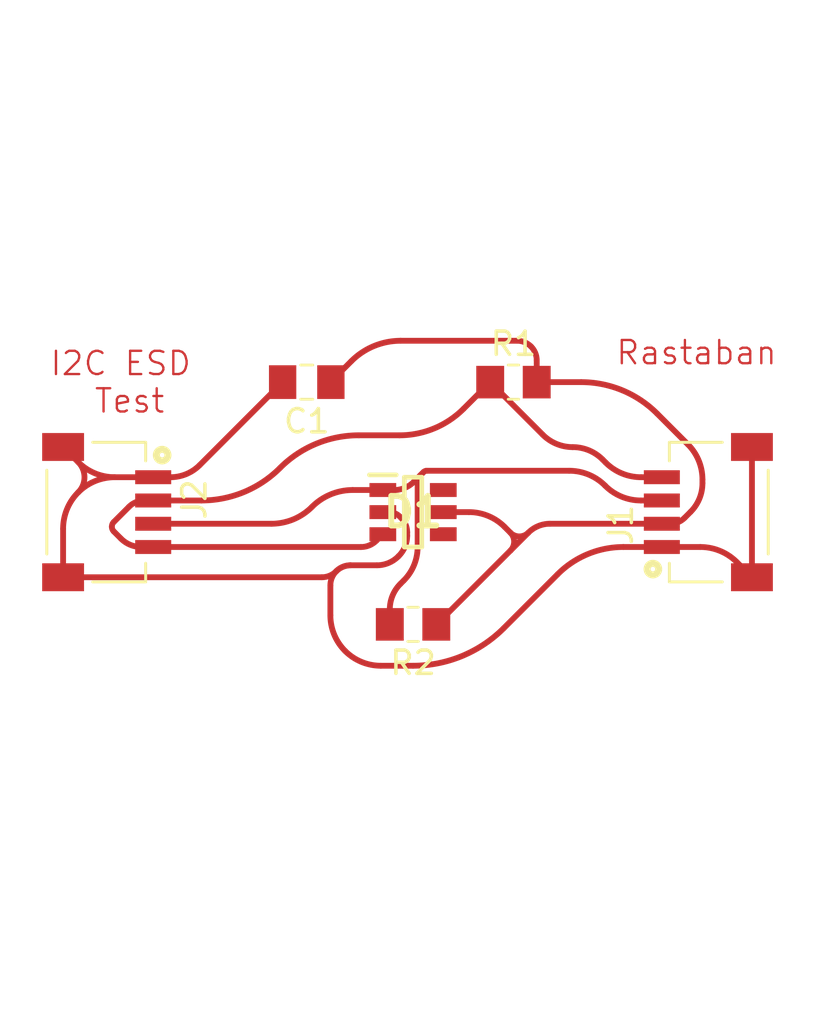
<source format=kicad_pcb>
(kicad_pcb (version 20211014) (generator pcbnew)
  (layers (0 "F.Cu" signal) (31 "B.Cu" signal) (34 "B.Paste" user) (35 "F.Paste" user) (36 "B.SilkS" user "B.Silkscreen") (37 "F.SilkS" user "F.Silkscreen") (38 "B.Mask" user) (39 "F.Mask" user) (44 "Edge.Cuts" user))
  (net 0 "")
  (net 1 "3.3V+")
  (net 2 "GND")
  (net 5 "Net-(D1-Pad1)")
  (net 6 "Net-(D1-Pad3)")
  (footprint "SnapEDA Library:JST_SM04B-SRSS-TB(LF)(SN)" (layer "F.Cu") (at 166.656 83.82 90)
    (fp_text reference "J1" (at -0.545095 -1.767685 90) (layer "F.SilkS") (effects (font (size 1.001173 1.001173))))
    (fp_text value "SM04B-SRSS-TB(LF)(SN)")
    (fp_line (start -1.8 4.575) (end 1.8 4.575) (layer "F.SilkS") (width 0.127))
    (fp_line (start -3 0.325) (end -3 2.6) (layer "F.SilkS") (width 0.127))
    (fp_line (start 3 0.325) (end 3 2.6) (layer "F.SilkS") (width 0.127))
    (fp_line (start -2.2 0.325) (end -3 0.325) (layer "F.SilkS") (width 0.127))
    (fp_line (start 2.2 0.325) (end 3 0.325) (layer "F.SilkS") (width 0.127))
    (fp_circle (center -2.45 -0.385) (end -2.35 -0.385) (layer "F.SilkS") (width 0.3) (fill none))
    (pad "1" smd rect locked (at -1.5 0 90) (size 0.6 1.55) (layers "F.Cu" "F.Paste" "F.Mask") (net 2 "GND"))
    (pad "2" smd rect locked (at -0.5 0 90) (size 0.6 1.55) (layers "F.Cu" "F.Paste" "F.Mask") (net 1 "3.3V+"))
    (pad "3" smd rect locked (at 0.5 0 90) (size 0.6 1.55) (layers "F.Cu" "F.Paste" "F.Mask") (net 5 "Net-(D1-Pad1)"))
    (pad "4" smd rect locked (at 1.5 0 90) (size 0.6 1.55) (layers "F.Cu" "F.Paste" "F.Mask") (net 6 "Net-(D1-Pad3)"))
    (pad "S1" smd rect locked (at -2.8 3.875 270) (size 1.2 1.8) (layers "F.Cu" "F.Paste" "F.Mask") (net 2 "GND"))
    (pad "S2" smd rect locked (at 2.8 3.875 270) (size 1.2 1.8) (layers "F.Cu" "F.Paste" "F.Mask") (net 2 "GND"))
  )
  (footprint "Capacitor_SMD:C_0805_2012Metric_Pad1.18x1.45mm_HandSolder" (layer "F.Cu") (at 151.384 78.232 180)
    (fp_text reference "C1" (at 0 -1.68) (layer "F.SilkS"))
    (fp_text value "100nF 25V")
    (fp_line (start -0.261252 0.735) (end 0.261252 0.735) (layer "F.SilkS") (width 0.12))
    (fp_line (start -0.261252 -0.735) (end 0.261252 -0.735) (layer "F.SilkS") (width 0.12))
    (pad "1" smd rect (at -1.0375 0 180) (size 1.175 1.45) (layers "F.Cu" "F.Paste" "F.Mask") (net 1 "3.3V+"))
    (pad "2" smd rect (at 1.0375 0 180) (size 1.175 1.45) (layers "F.Cu" "F.Paste" "F.Mask") (net 2 "GND"))
  )
  (footprint "Resistor_SMD:R_0805_2012Metric_Pad1.20x1.40mm_HandSolder" (layer "F.Cu") (at 160.274 78.232)
    (fp_text reference "R1" (at 0 -1.65) (layer "F.SilkS"))
    (fp_text value "10K")
    (fp_line (start -0.227064 0.735) (end 0.227064 0.735) (layer "F.SilkS") (width 0.12))
    (fp_line (start -0.227064 -0.735) (end 0.227064 -0.735) (layer "F.SilkS") (width 0.12))
    (pad "1" smd rect (at -1 0) (size 1.2 1.4) (layers "F.Cu" "F.Paste" "F.Mask") (net 6 "Net-(D1-Pad3)"))
    (pad "2" smd rect (at 1 0) (size 1.2 1.4) (layers "F.Cu" "F.Paste" "F.Mask") (net 1 "3.3V+"))
  )
  (footprint "Resistor_SMD:R_0805_2012Metric_Pad1.20x1.40mm_HandSolder" (layer "F.Cu") (at 155.956 88.646 180)
    (fp_text reference "R2" (at 0 -1.65) (layer "F.SilkS"))
    (fp_text value "10K")
    (fp_line (start -0.227064 -0.735) (end 0.227064 -0.735) (layer "F.SilkS") (width 0.12))
    (fp_line (start -0.227064 0.735) (end 0.227064 0.735) (layer "F.SilkS") (width 0.12))
    (pad "1" smd rect (at -1 0 180) (size 1.2 1.4) (layers "F.Cu" "F.Paste" "F.Mask") (net 1 "3.3V+"))
    (pad "2" smd rect (at 1 0 180) (size 1.2 1.4) (layers "F.Cu" "F.Paste" "F.Mask") (net 5 "Net-(D1-Pad1)"))
  )
  (footprint "SnapEDA Library:JST_SM04B-SRSS-TB(LF)(SN)" (layer "F.Cu") (at 144.78 83.82 -90)
    (fp_text reference "J2" (at -0.545095 -1.767685 90) (layer "F.SilkS") (effects (font (size 1.001173 1.001173))))
    (fp_text value "SM04B-SRSS-TB(LF)(SN)")
    (fp_line (start 3 0.325) (end 3 2.6) (layer "F.SilkS") (width 0.127))
    (fp_line (start 2.2 0.325) (end 3 0.325) (layer "F.SilkS") (width 0.127))
    (fp_line (start -2.2 0.325) (end -3 0.325) (layer "F.SilkS") (width 0.127))
    (fp_line (start -3 0.325) (end -3 2.6) (layer "F.SilkS") (width 0.127))
    (fp_line (start -1.8 4.575) (end 1.8 4.575) (layer "F.SilkS") (width 0.127))
    (fp_circle (center -2.45 -0.385) (end -2.35 -0.385) (layer "F.SilkS") (width 0.3) (fill none))
    (pad "1" smd rect locked (at -1.5 0 270) (size 0.6 1.55) (layers "F.Cu" "F.Paste" "F.Mask") (net 2 "GND"))
    (pad "2" smd rect locked (at -0.5 0 270) (size 0.6 1.55) (layers "F.Cu" "F.Paste" "F.Mask") (net 6 "Net-(D1-Pad3)"))
    (pad "3" smd rect locked (at 0.5 0 270) (size 0.6 1.55) (layers "F.Cu" "F.Paste" "F.Mask") (net 5 "Net-(D1-Pad1)"))
    (pad "4" smd rect locked (at 1.5 0 270) (size 0.6 1.55) (layers "F.Cu" "F.Paste" "F.Mask") (net 6 "Net-(D1-Pad3)"))
    (pad "S1" smd rect locked (at -2.8 3.875 90) (size 1.2 1.8) (layers "F.Cu" "F.Paste" "F.Mask") (net 2 "GND"))
    (pad "S2" smd rect locked (at 2.8 3.875 90) (size 1.2 1.8) (layers "F.Cu" "F.Paste" "F.Mask") (net 2 "GND"))
  )
  (footprint "SamacSys_Parts:SOT95P285X140-6N" (layer "F.Cu") (at 155.956 83.82)
    (fp_text reference "D1" (at 0 0) (layer "F.SilkS") (effects (font (size 1.27 1.27) (thickness 0.254))))
    (fp_text value "D5V0P4UR6SO-7" hide)
    (fp_line (start 0.375 -1.5) (end 0.375 1.5) (layer "F.SilkS") (width 0.2))
    (fp_line (start 0.375 1.5) (end -0.375 1.5) (layer "F.SilkS") (width 0.2))
    (fp_line (start -0.375 -1.5) (end 0.375 -1.5) (layer "F.SilkS") (width 0.2))
    (fp_line (start -1.875 -1.6) (end -0.725 -1.6) (layer "F.SilkS") (width 0.2))
    (fp_line (start -0.375 1.5) (end -0.375 -1.5) (layer "F.SilkS") (width 0.2))
    (pad "1" smd rect locked (at -1.3 -0.95 90) (size 0.6 1.15) (layers "F.Cu" "F.Paste" "F.Mask") (net 5 "Net-(D1-Pad1)"))
    (pad "2" smd rect locked (at -1.3 0 90) (size 0.6 1.15) (layers "F.Cu" "F.Paste" "F.Mask") (net 2 "GND"))
    (pad "3" smd rect locked (at -1.3 0.95 90) (size 0.6 1.15) (layers "F.Cu" "F.Paste" "F.Mask") (net 6 "Net-(D1-Pad3)"))
    (pad "4" smd rect locked (at 1.3 0.95 90) (size 0.6 1.15) (layers "F.Cu" "F.Paste" "F.Mask"))
    (pad "5" smd rect locked (at 1.3 0 90) (size 0.6 1.15) (layers "F.Cu" "F.Paste" "F.Mask") (net 1 "3.3V+"))
    (pad "6" smd rect locked (at 1.3 -0.95 90) (size 0.6 1.15) (layers "F.Cu" "F.Paste" "F.Mask"))
  )
  (gr_text "Rastaban\n" (at 168.148 76.962) (layer "F.Cu") (effects (font (size 1 1) (thickness 0.1))))
  (gr_text "I2C ESD \nTest" (at 143.764 78.232) (layer "F.Cu") (effects (font (size 1 1) (thickness 0.1))))
  (segment (start 160.434103 76.454) (end 155.420033 76.454) (width 0.25) (layer "F.Cu") (net 1))
  (segment (start 156.964 88.646) (end 156.956 88.646) (width 0.25) (layer "F.Cu") (net 1))
  (segment (start 156.977656 88.640343) (end 160.143 85.475) (width 0.25) (layer "F.Cu") (net 1))
  (segment (start 152.429101 78.202898) (end 153.29975 77.33225) (width 0.25) (layer "F.Cu") (net 1))
  (segment (start 167.0185 84.32) (end 166.2935 84.32) (width 0.25) (layer "F.Cu") (net 1))
  (segment (start 160.913 84.705) (end 160.143 85.475) (width 0.25) (layer "F.Cu") (net 1))
  (segment (start 161.274 78.232) (end 163.187 78.232) (width 0.25) (layer "F.Cu") (net 1))
  (segment (start 158.359974 83.82) (end 157.256 83.82) (width 0.25) (layer "F.Cu") (net 1))
  (segment (start 168.402 82.4165) (end 168.402 82.577043) (width 0.25) (layer "F.Cu") (net 1))
  (segment (start 161.274 78.232) (end 161.274 77.293896) (width 0.25) (layer "F.Cu") (net 1))
  (segment (start 167.891499 83.809499) (end 167.637326 84.063673) (width 0.25) (layer "F.Cu") (net 1))
  (segment (start 159.893 84.455) (end 160.143 84.705) (width 0.25) (layer "F.Cu") (net 1))
  (segment (start 152.4215 78.22125) (end 152.4215 78.232) (width 0.25) (layer "F.Cu") (net 1))
  (segment (start 167.777978 80.909978) (end 166.452695 79.584695) (width 0.25) (layer "F.Cu") (net 1))
  (segment (start 166.2935 84.32) (end 161.842472 84.32) (width 0.25) (layer "F.Cu") (net 1))
  (arc (start 166.452695 79.584695) (mid 164.954381 78.583553) (end 163.187 78.232) (width 0.25) (layer "F.Cu") (net 1))
  (arc (start 160.143 85.475) (mid 160.302472 85.09) (end 160.143 84.705) (width 0.25) (layer "F.Cu") (net 1))
  (arc (start 159.893 84.455) (mid 159.189641 83.985031) (end 158.359974 83.82) (width 0.25) (layer "F.Cu") (net 1))
  (arc (start 168.402 82.577043) (mid 168.269325 83.244043) (end 167.891499 83.809499) (width 0.25) (layer "F.Cu") (net 1))
  (arc (start 156.977656 88.640343) (mid 156.97139 88.644529) (end 156.964 88.646) (width 0.25) (layer "F.Cu") (net 1))
  (arc (start 160.143 84.705) (mid 160.528 84.864472) (end 160.913 84.705) (width 0.25) (layer "F.Cu") (net 1))
  (arc (start 161.028 76.7) (mid 160.755517 76.517933) (end 160.434103 76.454) (width 0.25) (layer "F.Cu") (net 1))
  (arc (start 167.777978 80.909978) (mid 168.239821 81.601176) (end 168.402 82.4165) (width 0.25) (layer "F.Cu") (net 1))
  (arc (start 161.028 76.7) (mid 161.210066 76.972481) (end 161.274 77.293896) (width 0.25) (layer "F.Cu") (net 1))
  (arc (start 161.842472 84.32) (mid 161.339445 84.420058) (end 160.913 84.705) (width 0.25) (layer "F.Cu") (net 1))
  (arc (start 152.429101 78.202898) (mid 152.423475 78.211318) (end 152.4215 78.22125) (width 0.25) (layer "F.Cu") (net 1))
  (arc (start 155.420033 76.454) (mid 154.272544 76.682249) (end 153.29975 77.33225) (width 0.25) (layer "F.Cu") (net 1))
  (arc (start 167.637326 84.063673) (mid 167.353406 84.253382) (end 167.0185 84.32) (width 0.25) (layer "F.Cu") (net 1))
  (segment (start 152.651 86.363) (end 152.654 86.36) (width 0.25) (layer "F.Cu") (net 2))
  (segment (start 155.956 90.424) (end 154.568025 90.424) (width 0.25) (layer "F.Cu") (net 2))
  (segment (start 152.4 88.255974) (end 152.4 86.97321) (width 0.25) (layer "F.Cu") (net 2))
  (segment (start 140.905 86.62) (end 140.905 84.539238) (width 0.25) (layer "F.Cu") (net 2))
  (segment (start 140.905 86.62) (end 152.030547 86.62) (width 0.25) (layer "F.Cu") (net 2))
  (segment (start 170.531 86.62) (end 169.881 85.97) (width 0.25) (layer "F.Cu") (net 2))
  (segment (start 143.124238 82.32) (end 144.04075 82.32) (width 0.25) (layer "F.Cu") (net 2))
  (segment (start 141.555 81.67) (end 140.905 81.02) (width 0.25) (layer "F.Cu") (net 2))
  (segment (start 165.001 85.32) (end 166.656 85.32) (width 0.25) (layer "F.Cu") (net 2))
  (segment (start 146.781228 81.797271) (end 150.3465 78.232) (width 0.25) (layer "F.Cu") (net 2))
  (segment (start 154.925 83.82) (end 154.656 83.82) (width 0.25) (layer "F.Cu") (net 2))
  (segment (start 170.531 86.62) (end 170.531 81.02) (width 0.25) (layer "F.Cu") (net 2))
  (segment (start 162.175738 86.490261) (end 159.858446 88.807553) (width 0.25) (layer "F.Cu") (net 2))
  (segment (start 155.702 84.68721) (end 155.702 84.836) (width 0.25) (layer "F.Cu") (net 2))
  (segment (start 154.401184 86.106) (end 153.26721 86.106) (width 0.25) (layer "F.Cu") (net 2))
  (segment (start 145.51925 82.32) (end 144.04075 82.32) (width 0.25) (layer "F.Cu") (net 2))
  (segment (start 168.311761 85.32) (end 166.656 85.32) (width 0.25) (layer "F.Cu") (net 2))
  (segment (start 155.320999 85.724999) (end 155.342789 85.70321) (width 0.25) (layer "F.Cu") (net 2))
  (segment (start 155.448 84.074) (end 155.384211 84.010211) (width 0.25) (layer "F.Cu") (net 2))
  (arc (start 146.781228 81.797271) (mid 146.202227 82.184147) (end 145.51925 82.32) (width 0.25) (layer "F.Cu") (net 2))
  (arc (start 155.448 84.074) (mid 155.635987 84.355343) (end 155.702 84.68721) (width 0.25) (layer "F.Cu") (net 2))
  (arc (start 152.654 86.36) (mid 152.935343 86.172012) (end 153.26721 86.106) (width 0.25) (layer "F.Cu") (net 2))
  (arc (start 153.035 89.789) (mid 153.738357 90.258968) (end 154.568025 90.424) (width 0.25) (layer "F.Cu") (net 2))
  (arc (start 155.320999 85.724999) (mid 154.898984 86.006981) (end 154.401184 86.106) (width 0.25) (layer "F.Cu") (net 2))
  (arc (start 155.384211 84.010211) (mid 155.173523 83.869434) (end 154.925 83.82) (width 0.25) (layer "F.Cu") (net 2))
  (arc (start 155.702 84.836) (mid 155.608644 85.30533) (end 155.342789 85.70321) (width 0.25) (layer "F.Cu") (net 2))
  (arc (start 141.555 82.97) (mid 141.824238 82.32) (end 141.555 81.67) (width 0.25) (layer "F.Cu") (net 2))
  (arc (start 152.651 86.363) (mid 152.366333 86.553207) (end 152.030547 86.62) (width 0.25) (layer "F.Cu") (net 2))
  (arc (start 152.4 88.255974) (mid 152.565031 89.085641) (end 153.035 89.789) (width 0.25) (layer "F.Cu") (net 2))
  (arc (start 169.881 85.97) (mid 169.161027 85.488929) (end 168.311761 85.32) (width 0.25) (layer "F.Cu") (net 2))
  (arc (start 141.555 82.97) (mid 141.073929 83.689972) (end 140.905 84.539238) (width 0.25) (layer "F.Cu") (net 2))
  (arc (start 141.555 81.67) (mid 142.274972 82.15107) (end 143.124238 82.32) (width 0.25) (layer "F.Cu") (net 2))
  (arc (start 165.001 85.32) (mid 163.471979 85.62414) (end 162.175738 86.490261) (width 0.25) (layer "F.Cu") (net 2))
  (arc (start 159.858446 88.807553) (mid 158.067988 90.003899) (end 155.956 90.424) (width 0.25) (layer "F.Cu") (net 2))
  (arc (start 152.654 86.36) (mid 152.654 86.36) (end 152.654 86.36) (width 0.25) (layer "F.Cu") (net 2))
  (arc (start 152.654 86.36) (mid 152.466012 86.641343) (end 152.4 86.97321) (width 0.25) (layer "F.Cu") (net 2))
  (arc (start 143.124238 82.32) (mid 142.274972 82.488929) (end 141.555 82.97) (width 0.25) (layer "F.Cu") (net 2))
  (arc (start 153.26721 86.106) (mid 152.935343 86.172012) (end 152.654 86.36) (width 0.25) (layer "F.Cu") (net 2))
  (segment (start 156.254 82.252) (end 156.302 82.204) (width 0.25) (layer "F.Cu") (net 5))
  (segment (start 156.152 85.3183) (end 156.152 82.498249) (width 0.25) (layer "F.Cu") (net 5))
  (segment (start 156.540367 82.042) (end 162.672317 82.042) (width 0.25) (layer "F.Cu") (net 5))
  (segment (start 149.858695 84.32) (end 144.78 84.32) (width 0.25) (layer "F.Cu") (net 5))
  (segment (start 154.956 88.003) (end 154.956 88.646) (width 0.25) (layer "F.Cu") (net 5))
  (segment (start 155.553999 86.761999) (end 155.410669 86.90533) (width 0.25) (layer "F.Cu") (net 5))
  (segment (start 154.166 82.87) (end 153.359304 82.87) (width 0.25) (layer "F.Cu") (net 5))
  (segment (start 165.755 83.32) (end 166.656 83.32) (width 0.25) (layer "F.Cu") (net 5))
  (segment (start 156.301999 82.203999) (end 156.41 82.096) (width 0.25) (layer "F.Cu") (net 5))
  (segment (start 156.41 82.096) (end 156.302 82.204) (width 0.25) (layer "F.Cu") (net 5))
  (segment (start 155.146 82.87) (end 154.166 82.87) (width 0.25) (layer "F.Cu") (net 5))
  (segment (start 156.301999 82.203999) (end 155.982482 82.523517) (width 0.25) (layer "F.Cu") (net 5))
  (segment (start 164.216896 82.682896) (end 164.215 82.681) (width 0.25) (layer "F.Cu") (net 5))
  (arc (start 156.302 82.204) (mid 156.301999 82.203999) (end 156.301999 82.203999) (width 0.25) (layer "F.Cu") (net 5))
  (arc (start 155.410669 86.90533) (mid 155.074164 87.408945) (end 154.956 88.003) (width 0.25) (layer "F.Cu") (net 5))
  (arc (start 155.982482 82.523517) (mid 155.5987 82.779952) (end 155.146 82.87) (width 0.25) (layer "F.Cu") (net 5))
  (arc (start 156.152 85.3183) (mid 155.996584 86.099624) (end 155.553999 86.761999) (width 0.25) (layer "F.Cu") (net 5))
  (arc (start 164.215 82.681) (mid 163.507211 82.20807) (end 162.672317 82.042) (width 0.25) (layer "F.Cu") (net 5))
  (arc (start 156.254 82.252) (mid 156.178508 82.36498) (end 156.152 82.498249) (width 0.25) (layer "F.Cu") (net 5))
  (arc (start 153.359304 82.87) (mid 152.412046 83.058421) (end 151.609 83.595) (width 0.25) (layer "F.Cu") (net 5))
  (arc (start 156.540367 82.042) (mid 156.469812 82.056034) (end 156.41 82.096) (width 0.25) (layer "F.Cu") (net 5))
  (arc (start 164.216896 82.682896) (mid 164.922584 83.154422) (end 165.755 83.32) (width 0.25) (layer "F.Cu") (net 5))
  (arc (start 151.609 83.595) (mid 150.805953 84.131578) (end 149.858695 84.32) (width 0.25) (layer "F.Cu") (net 5))
  (segment (start 146.854686 83.32) (end 145.165 83.32) (width 0.25) (layer "F.Cu") (net 6))
  (segment (start 159.274 78.232) (end 161.534841 80.492841) (width 0.25) (layer "F.Cu") (net 6))
  (segment (start 154.381 85.045) (end 154.656 84.77) (width 0.25) (layer "F.Cu") (net 6))
  (segment (start 165.763 82.32) (end 166.656 82.32) (width 0.25) (layer "F.Cu") (net 6))
  (segment (start 143.086499 84.2435) (end 143.737763 83.592236) (width 0.25) (layer "F.Cu") (net 6))
  (segment (start 153.717091 85.32) (end 144.78 85.32) (width 0.25) (layer "F.Cu") (net 6))
  (segment (start 164.109158 81.559158) (end 164.238553 81.688553) (width 0.25) (layer "F.Cu") (net 6))
  (segment (start 144.2675 85.32) (end 144.78 85.32) (width 0.25) (layer "F.Cu") (net 6))
  (segment (start 145.165 83.32) (end 144.395 83.32) (width 0.25) (layer "F.Cu") (net 6))
  (segment (start 153.619313 80.518) (end 155.371553 80.518) (width 0.25) (layer "F.Cu") (net 6))
  (segment (start 143.392607 84.957607) (end 143.086499 84.651499) (width 0.25) (layer "F.Cu") (net 6))
  (segment (start 159.274 78.232) (end 158.131 79.375) (width 0.25) (layer "F.Cu") (net 6))
  (arc (start 164.238553 81.688553) (mid 164.937975 82.155892) (end 165.763 82.32) (width 0.25) (layer "F.Cu") (net 6))
  (arc (start 164.109158 81.559158) (mid 163.518605 81.164563) (end 162.822 81.026) (width 0.25) (layer "F.Cu") (net 6))
  (arc (start 161.534841 80.492841) (mid 162.125394 80.887436) (end 162.822 81.026) (width 0.25) (layer "F.Cu") (net 6))
  (arc (start 150.237 81.919) (mid 148.685181 82.955891) (end 146.854686 83.32) (width 0.25) (layer "F.Cu") (net 6))
  (arc (start 154.381 85.045) (mid 154.076396 85.248529) (end 153.717091 85.32) (width 0.25) (layer "F.Cu") (net 6))
  (arc (start 158.131 79.375) (mid 156.864955 80.220943) (end 155.371553 80.518) (width 0.25) (layer "F.Cu") (net 6))
  (arc (start 143.086499 84.2435) (mid 143.02396 84.337096) (end 143.002 84.4475) (width 0.25) (layer "F.Cu") (net 6))
  (arc (start 143.002 84.4475) (mid 143.02396 84.557903) (end 143.086499 84.651499) (width 0.25) (layer "F.Cu") (net 6))
  (arc (start 153.619313 80.518) (mid 151.788818 80.882108) (end 150.237 81.919) (width 0.25) (layer "F.Cu") (net 6))
  (arc (start 144.395 83.32) (mid 144.039306 83.390751) (end 143.737763 83.592236) (width 0.25) (layer "F.Cu") (net 6))
  (arc (start 143.392607 84.957607) (mid 143.794011 85.225817) (end 144.2675 85.32) (width 0.25) (layer "F.Cu") (net 6))
)
</source>
